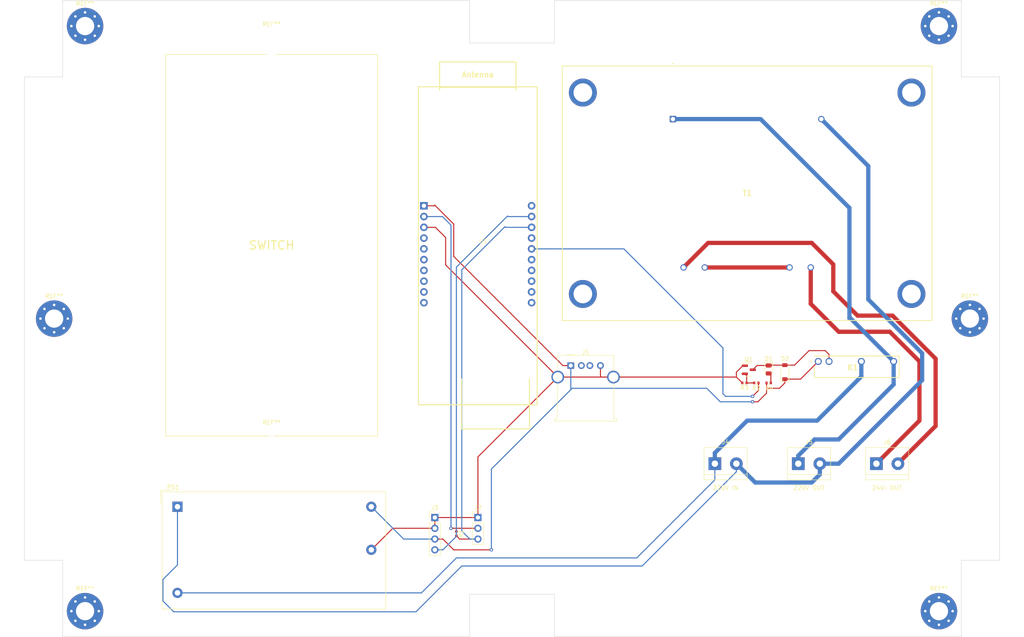
<source format=kicad_pcb>
(kicad_pcb (version 20211014) (generator pcbnew)
  (layers (0 "F.Cu" signal) (31 "B.Cu" signal) (34 "B.Paste" user) (35 "F.Paste" user) (36 "B.SilkS" user "B.Silkscreen") (37 "F.SilkS" user "F.Silkscreen") (38 "B.Mask" user) (39 "F.Mask" user) (44 "Edge.Cuts" user))
  (net 0 "")
  (net 1 "Net-(D1-Pad1)")
  (net 2 "Net-(D1-Pad2)")
  (net 3 "+5V")
  (net 4 "GND")
  (net 7 "+3V3")
  (net 8 "Net-(J2-Pad3)")
  (net 9 "Net-(J3-Pad4)")
  (net 10 "Net-(J4-Pad1)")
  (net 11 "Net-(J4-Pad2)")
  (net 12 "Net-(J5-Pad1)")
  (net 13 "Net-(J6-Pad1)")
  (net 14 "Net-(J6-Pad2)")
  (net 15 "Net-(Q1-Pad2)")
  (net 16 "Net-(R2-Pad2)")
  (net 17 "Net-(T1-Pad4)")
  (footprint "TerminalBlock:TerminalBlock_bornier-2_P5.08mm" (layer "F.Cu") (at 193.04 124.46)
    (fp_text reference "J4" (at 2.54 -5.08) (layer "F.SilkS"))
    (fp_text value "Screw_Terminal_01x02")
    (fp_line (start 7.62 -3.81) (end -2.54 -3.81) (layer "F.SilkS") (width 0.12))
    (fp_line (start -2.54 3.81) (end 7.62 3.81) (layer "F.SilkS") (width 0.12))
    (fp_line (start -2.54 -3.81) (end -2.54 3.81) (layer "F.SilkS") (width 0.12))
    (fp_line (start 7.62 3.81) (end 7.62 -3.81) (layer "F.SilkS") (width 0.12))
    (fp_line (start 7.62 2.54) (end -2.54 2.54) (layer "F.SilkS") (width 0.12))
    (pad "1" thru_hole rect locked (at 0 0) (size 3 3) (drill 1.52) (layers *.Cu *.Mask) (net 10 "Net-(J4-Pad1)"))
    (pad "2" thru_hole circle locked (at 5.08 0) (size 3 3) (drill 1.52) (layers *.Cu *.Mask) (net 11 "Net-(J4-Pad2)"))
  )
  (footprint "Connector_USB:USB_A_Molex_67643_Horizontal" (layer "F.Cu") (at 159.06 101.32)
    (fp_text reference "J1" (at 3.5 -3.19) (layer "F.SilkS"))
    (fp_text value "USB_A")
    (fp_line (start -3.16 -2.38) (end 10.16 -2.38) (layer "F.SilkS") (width 0.12))
    (fp_line (start -3.81 12.58) (end -3.81 13.1) (layer "F.SilkS") (width 0.12))
    (fp_line (start 10.16 4.47) (end 10.16 12.58) (layer "F.SilkS") (width 0.12))
    (fp_line (start -0.9 -2.6) (end 0.9 -2.6) (layer "F.SilkS") (width 0.12))
    (fp_line (start -3.16 12.58) (end -3.81 12.58) (layer "F.SilkS") (width 0.12))
    (fp_line (start -3.16 -2.38) (end -3.16 0.95) (layer "F.SilkS") (width 0.12))
    (fp_line (start 10.81 12.58) (end 10.16 12.58) (layer "F.SilkS") (width 0.12))
    (fp_line (start 10.81 13.1) (end 10.81 12.58) (layer "F.SilkS") (width 0.12))
    (fp_line (start -3.16 12.58) (end -3.16 4.47) (layer "F.SilkS") (width 0.12))
    (fp_line (start -3.81 13.1) (end 10.81 13.1) (layer "F.SilkS") (width 0.12))
    (fp_line (start 10.16 -2.38) (end 10.16 0.95) (layer "F.SilkS") (width 0.12))
    (pad "1" thru_hole rect locked (at 0 0) (size 1.6 1.5) (drill 0.95) (layers *.Cu *.Mask) (net 3 "+5V"))
    (pad "2" thru_hole circle locked (at 2.5 0) (size 1.6 1.6) (drill 0.95) (layers *.Cu *.Mask))
    (pad "3" thru_hole circle locked (at 4.5 0) (size 1.6 1.6) (drill 0.95) (layers *.Cu *.Mask))
    (pad "4" thru_hole circle locked (at 7 0) (size 1.6 1.6) (drill 0.95) (layers *.Cu *.Mask) (net 4 "GND"))
    (pad "5" thru_hole circle locked (at -3.07 2.71) (size 3 3) (drill 2.3) (layers *.Cu *.Mask) (net 4 "GND"))
    (pad "5" thru_hole circle locked (at 10.07 2.71) (size 3 3) (drill 2.3) (layers *.Cu *.Mask) (net 4 "GND"))
  )
  (footprint "mylife-footprints:RS PRO 5V 2A" (layer "F.Cu") (at 66.2925 134.6125)
    (fp_text reference "PS1" (at -1 -4.59) (layer "F.SilkS"))
    (fp_text value "RS PRO 5V 2A")
    (fp_line (start -4 -3.89) (end -1 -3.89) (layer "F.SilkS") (width 0.12))
    (fp_line (start -3.62 -3.51) (end 49.12 -3.51) (layer "F.SilkS") (width 0.12))
    (fp_line (start 49.12 -3.51) (end 49.12 24.13) (layer "F.SilkS") (width 0.12))
    (fp_line (start -3.62 24.13) (end 49.12 24.13) (layer "F.SilkS") (width 0.12))
    (fp_line (start -3.62 -3.51) (end -3.62 24.13) (layer "F.SilkS") (width 0.12))
    (fp_line (start -4 -0.89) (end -4 -3.89) (layer "F.SilkS") (width 0.12))
    (pad "1" thru_hole rect (at 0 0) (size 2.4 2.4) (drill 1.3) (layers *.Cu *.Mask) (net 11 "Net-(J4-Pad2)"))
    (pad "2" thru_hole circle (at 0 20.32) (size 2.4 2.4) (drill 1.3) (layers *.Cu *.Mask) (net 10 "Net-(J4-Pad1)"))
    (pad "3" thru_hole circle (at 45.72 10.16) (size 2.4 2.4) (drill 1.3) (layers *.Cu *.Mask) (net 4 "GND"))
    (pad "4" thru_hole circle (at 45.72 0) (size 2.4 2.4) (drill 1.3) (layers *.Cu *.Mask) (net 3 "+5V"))
  )
  (footprint "MountingHole:MountingHole_4.3mm_M4_Pad_Via" (layer "F.Cu") (at 245.9 159.24)
    (fp_text reference "REF**" (at 0 -5.3) (layer "F.SilkS"))
    (fp_text value "MountingHole_4.3mm_M4_Pad_Via")
    (pad "1" thru_hole circle locked (at 2.280419 2.280419) (size 0.9 0.9) (drill 0.6) (layers *.Cu *.Mask))
    (pad "1" thru_hole circle locked (at 0 3.225) (size 0.9 0.9) (drill 0.6) (layers *.Cu *.Mask))
    (pad "1" thru_hole circle locked (at -2.280419 -2.280419) (size 0.9 0.9) (drill 0.6) (layers *.Cu *.Mask))
    (pad "1" thru_hole circle locked (at 0 0) (size 8.6 8.6) (drill 4.3) (layers *.Cu *.Mask))
    (pad "1" thru_hole circle locked (at -2.280419 2.280419) (size 0.9 0.9) (drill 0.6) (layers *.Cu *.Mask))
    (pad "1" thru_hole circle locked (at 0 -3.225) (size 0.9 0.9) (drill 0.6) (layers *.Cu *.Mask))
    (pad "1" thru_hole circle locked (at 3.225 0) (size 0.9 0.9) (drill 0.6) (layers *.Cu *.Mask))
    (pad "1" thru_hole circle locked (at 2.280419 -2.280419) (size 0.9 0.9) (drill 0.6) (layers *.Cu *.Mask))
    (pad "1" thru_hole circle locked (at -3.225 0) (size 0.9 0.9) (drill 0.6) (layers *.Cu *.Mask))
  )
  (footprint "Resistor_SMD:R_0402_1005Metric" (layer "F.Cu") (at 205.74 105.41)
    (fp_text reference "R4" (at 0.153641 1.27) (layer "F.SilkS"))
    (fp_text value "330Ω")
    (fp_line (start -0.153641 -0.38) (end 0.153641 -0.38) (layer "F.SilkS") (width 0.12))
    (fp_line (start -0.153641 0.38) (end 0.153641 0.38) (layer "F.SilkS") (width 0.12))
    (pad "1" smd roundrect locked (at -0.51 0) (size 0.54 0.64) (layers "F.Cu" "F.Paste" "F.Mask") (net 3 "+5V"))
    (pad "2" smd roundrect locked (at 0.51 0) (size 0.54 0.64) (layers "F.Cu" "F.Paste" "F.Mask") (net 2 "Net-(D1-Pad2)"))
  )
  (footprint "Resistor_SMD:R_0402_1005Metric" (layer "F.Cu") (at 202.83 105.41)
    (fp_text reference "R2" (at 0 1.27) (layer "F.SilkS"))
    (fp_text value "1KΩ")
    (fp_line (start -0.153641 -0.38) (end 0.153641 -0.38) (layer "F.SilkS") (width 0.12))
    (fp_line (start -0.153641 0.38) (end 0.153641 0.38) (layer "F.SilkS") (width 0.12))
    (pad "1" smd roundrect locked (at -0.51 0) (size 0.54 0.64) (layers "F.Cu" "F.Paste" "F.Mask") (net 15 "Net-(Q1-Pad2)"))
    (pad "2" smd roundrect locked (at 0.51 0) (size 0.54 0.64) (layers "F.Cu" "F.Paste" "F.Mask") (net 16 "Net-(R2-Pad2)"))
  )
  (footprint "MountingHole:MountingHole_4.3mm_M4" (layer "F.Cu") (at 88.5 120.04)
    (fp_text reference "REF**" (at 0 -5.3) (layer "F.SilkS"))
    (fp_text value "MountingHole_4.3mm_M4")
    (pad "" np_thru_hole circle locked (at 0 0) (size 4.3 4.3) (drill 4.3) (layers *.Cu *.Mask))
  )
  (footprint "TerminalBlock:TerminalBlock_bornier-2_P5.08mm" (layer "F.Cu") (at 212.725 124.46)
    (fp_text reference "J5" (at 2.54 -5.08) (layer "F.SilkS"))
    (fp_text value "Screw_Terminal_01x02")
    (fp_line (start 7.62 3.81) (end 7.62 -3.81) (layer "F.SilkS") (width 0.12))
    (fp_line (start -2.54 3.81) (end 7.62 3.81) (layer "F.SilkS") (width 0.12))
    (fp_line (start -2.54 -3.81) (end -2.54 3.81) (layer "F.SilkS") (width 0.12))
    (fp_line (start 7.62 2.54) (end -2.54 2.54) (layer "F.SilkS") (width 0.12))
    (fp_line (start 7.62 -3.81) (end -2.54 -3.81) (layer "F.SilkS") (width 0.12))
    (pad "1" thru_hole rect locked (at 0 0) (size 3 3) (drill 1.52) (layers *.Cu *.Mask) (net 12 "Net-(J5-Pad1)"))
    (pad "2" thru_hole circle locked (at 5.08 0) (size 3 3) (drill 1.52) (layers *.Cu *.Mask) (net 11 "Net-(J4-Pad2)"))
  )
  (footprint "MountingHole:MountingHole_4.3mm_M4" (layer "F.Cu") (at 88.5 26.06)
    (fp_text reference "REF**" (at 0 -5.3) (layer "F.SilkS"))
    (fp_text value "MountingHole_4.3mm_M4")
    (pad "" np_thru_hole circle locked (at 0 0) (size 4.3 4.3) (drill 4.3) (layers *.Cu *.Mask))
  )
  (footprint "mylife-footprints:ESP32-POE" (layer "F.Cu") (at 137.16 73.66)
    (fp_text reference "U1" (at 1.27 -1.7 unlocked) (layer "F.SilkS"))
    (fp_text value "ESP32-POE")
    (fp_text user "Antenna" (at -0.04 -40.965) (layer "F.SilkS") (effects (font (size 1.27 1.27) (thickness 0.254))))
    (fp_line (start 13.97 36.9) (end 13.97 -38.1) (layer "F.SilkS") (width 0.254))
    (fp_line (start 12.151 30.796) (end 12.151 42.596) (layer "F.SilkS") (width 0.254))
    (fp_line (start 12.151 42.596) (end -3.849 42.596) (layer "F.SilkS") (width 0.254))
    (fp_line (start -9.04 -43.965) (end 8.96 -43.965) (layer "F.SilkS") (width 0.254))
    (fp_line (start -14.03 36.9) (end 13.97 36.9) (layer "F.SilkS") (width 0.254))
    (fp_line (start -3.849 42.596) (end -3.849 30.796) (layer "F.SilkS") (width 0.254))
    (fp_line (start 8.96 -43.965) (end 8.96 -37.345) (layer "F.SilkS") (width 0.254))
    (fp_line (start -14.03 -38.1) (end 13.97 -38.1) (layer "F.SilkS") (width 0.254))
    (fp_line (start -14.03 30.58) (end -14.03 36.9) (layer "F.SilkS") (width 0.254))
    (fp_line (start -9.04 -43.965) (end -9.04 -37.345) (layer "F.SilkS") (width 0.254))
    (fp_line (start -14.03 30.58) (end -14.03 -38.1) (layer "F.SilkS") (width 0.254))
    (fp_line (start -9.04 -37.965) (end 8.96 -37.965) (layer "F.SilkS") (width 0.254))
    (pad "1" thru_hole rect (at -12.74 -10.03 270) (size 1.778 1.778) (drill 1) (layers *.Cu *.Mask) (net 3 "+5V"))
    (pad "2" thru_hole circle (at -12.74 -7.49 270) (size 1.778 1.778) (drill 1) (layers *.Cu *.Mask) (net 7 "+3V3"))
    (pad "3" thru_hole circle (at -12.74 -4.95 270) (size 1.778 1.778) (drill 1) (layers *.Cu *.Mask) (net 4 "GND"))
    (pad "4" thru_hole circle (at -12.74 -2.41 270) (size 1.778 1.778) (drill 1) (layers *.Cu *.Mask))
    (pad "5" thru_hole circle (at -12.74 0.13 270) (size 1.778 1.778) (drill 1) (layers *.Cu *.Mask))
    (pad "6" thru_hole circle (at -12.74 2.67 270) (size 1.778 1.778) (drill 1) (layers *.Cu *.Mask))
    (pad "7" thru_hole circle (at -12.74 5.21 270) (size 1.778 1.778) (drill 1) (layers *.Cu *.Mask))
    (pad "8" thru_hole circle (at -12.74 7.75 270) (size 1.778 1.778) (drill 1) (layers *.Cu *.Mask))
    (pad "9" thru_hole circle (at -12.74 10.29 270) (size 1.778 1.778) (drill 1) (layers *.Cu *.Mask))
    (pad "10" thru_hole circle (at -12.74 12.83 270) (size 1.778 1.778) (drill 1) (layers *.Cu *.Mask))
    (pad "11" thru_hole circle (at 12.66 12.83 270) (size 1.778 1.778) (drill 1) (layers *.Cu *.Mask))
    (pad "12" thru_hole circle (at 12.66 10.29 270) (size 1.778 1.778) (drill 1) (layers *.Cu *.Mask))
    (pad "13" thru_hole circle (at 12.66 7.75 270) (size 1.778 1.778) (drill 1) (layers *.Cu *.Mask))
    (pad "14" thru_hole circle (at 12.66 5.21 270) (size 1.778 1.778) (drill 1) (layers *.Cu *.Mask))
    (pad "15" thru_hole circle (at 12.66 2.67 270) (size 1.778 1.778) (drill 1) (layers *.Cu *.Mask))
    (pad "16" thru_hole circle (at 12.66 0.13 270) (size 1.778 1.778) (drill 1) (layers *.Cu *.Mask) (net 16 "Net-(R2-Pad2)"))
    (pad "17" thru_hole circle (at 12.66 -2.41 270) (size 1.778 1.778) (drill 1) (layers *.Cu *.Mask))
    (pad "18" thru_hole circle (at 12.66 -4.95 270) (size 1.778 1.778) (drill 1) (layers *.Cu *.Mask) (net 8 "Net-(J2-Pad3)"))
    (pad "19" thru_hole circle (at 12.66 -7.49 270) (size 1.778 1.778) (drill 1) (layers *.Cu *.Mask) (net 9 "Net-(J3-Pad4)"))
    (pad "20" thru_hole circle (at 12.66 -10.03 270) (size 1.778 1.778) (drill 1) (layers *.Cu *.Mask))
  )
  (footprint "MountingHole:MountingHole_4.3mm_M4_Pad_Via" (layer "F.Cu") (at 44.5 159.24)
    (fp_text reference "REF**" (at 0 -5.3) (layer "F.SilkS"))
    (fp_text value "MountingHole_4.3mm_M4_Pad_Via")
    (pad "1" thru_hole circle locked (at 2.280419 2.280419) (size 0.9 0.9) (drill 0.6) (layers *.Cu *.Mask))
    (pad "1" thru_hole circle locked (at 0 3.225) (size 0.9 0.9) (drill 0.6) (layers *.Cu *.Mask))
    (pad "1" thru_hole circle locked (at -2.280419 -2.280419) (size 0.9 0.9) (drill 0.6) (layers *.Cu *.Mask))
    (pad "1" thru_hole circle locked (at 0 0) (size 8.6 8.6) (drill 4.3) (layers *.Cu *.Mask))
    (pad "1" thru_hole circle locked (at -2.280419 2.280419) (size 0.9 0.9) (drill 0.6) (layers *.Cu *.Mask))
    (pad "1" thru_hole circle locked (at 0 -3.225) (size 0.9 0.9) (drill 0.6) (layers *.Cu *.Mask))
    (pad "1" thru_hole circle locked (at 3.225 0) (size 0.9 0.9) (drill 0.6) (layers *.Cu *.Mask))
    (pad "1" thru_hole circle locked (at 2.280419 -2.280419) (size 0.9 0.9) (drill 0.6) (layers *.Cu *.Mask))
    (pad "1" thru_hole circle locked (at -3.225 0) (size 0.9 0.9) (drill 0.6) (layers *.Cu *.Mask))
  )
  (footprint "Connector_PinHeader_2.54mm:PinHeader_1x04_P2.54mm_Vertical" (layer "F.Cu") (at 127 137.16)
    (fp_text reference "J3" (at 0 -2.33) (layer "F.SilkS"))
    (fp_text value "Conn_01x04_Male")
    (fp_line (start -1.33 8.95) (end 1.33 8.95) (layer "F.SilkS") (width 0.12))
    (fp_line (start -1.33 0) (end -1.33 -1.33) (layer "F.SilkS") (width 0.12))
    (fp_line (start -1.33 -1.33) (end 0 -1.33) (layer "F.SilkS") (width 0.12))
    (fp_line (start 1.33 1.27) (end 1.33 8.95) (layer "F.SilkS") (width 0.12))
    (fp_line (start -1.33 1.27) (end 1.33 1.27) (layer "F.SilkS") (width 0.12))
    (fp_line (start -1.33 1.27) (end -1.33 8.95) (layer "F.SilkS") (width 0.12))
    (pad "1" thru_hole rect locked (at 0 0) (size 1.7 1.7) (drill 1) (layers *.Cu *.Mask) (net 4 "GND"))
    (pad "2" thru_hole oval locked (at 0 2.54) (size 1.7 1.7) (drill 1) (layers *.Cu *.Mask) (net 4 "GND"))
    (pad "3" thru_hole oval locked (at 0 5.08) (size 1.7 1.7) (drill 1) (layers *.Cu *.Mask) (net 3 "+5V"))
    (pad "4" thru_hole oval locked (at 0 7.62) (size 1.7 1.7) (drill 1) (layers *.Cu *.Mask) (net 9 "Net-(J3-Pad4)"))
  )
  (footprint "MountingHole:MountingHole_4.3mm_M4_Pad_Via" (layer "F.Cu") (at 44.5 21.24)
    (fp_text reference "REF**" (at 0 -5.3) (layer "F.SilkS"))
    (fp_text value "MountingHole_4.3mm_M4_Pad_Via")
    (pad "1" thru_hole circle locked (at 2.280419 2.280419) (size 0.9 0.9) (drill 0.6) (layers *.Cu *.Mask))
    (pad "1" thru_hole circle locked (at 0 3.225) (size 0.9 0.9) (drill 0.6) (layers *.Cu *.Mask))
    (pad "1" thru_hole circle locked (at -2.280419 -2.280419) (size 0.9 0.9) (drill 0.6) (layers *.Cu *.Mask))
    (pad "1" thru_hole circle locked (at 0 0) (size 8.6 8.6) (drill 4.3) (layers *.Cu *.Mask))
    (pad "1" thru_hole circle locked (at -2.280419 2.280419) (size 0.9 0.9) (drill 0.6) (layers *.Cu *.Mask))
    (pad "1" thru_hole circle locked (at 0 -3.225) (size 0.9 0.9) (drill 0.6) (layers *.Cu *.Mask))
    (pad "1" thru_hole circle locked (at 3.225 0) (size 0.9 0.9) (drill 0.6) (layers *.Cu *.Mask))
    (pad "1" thru_hole circle locked (at 2.280419 -2.280419) (size 0.9 0.9) (drill 0.6) (layers *.Cu *.Mask))
    (pad "1" thru_hole circle locked (at -3.225 0) (size 0.9 0.9) (drill 0.6) (layers *.Cu *.Mask))
  )
  (footprint "TerminalBlock:TerminalBlock_bornier-2_P5.08mm" (layer "F.Cu") (at 231.14 124.46)
    (fp_text reference "J6" (at 2.54 -5.08) (layer "F.SilkS"))
    (fp_text value "Screw_Terminal_01x02")
    (fp_line (start 7.62 -3.81) (end -2.54 -3.81) (layer "F.SilkS") (width 0.12))
    (fp_line (start 7.62 2.54) (end -2.54 2.54) (layer "F.SilkS") (width 0.12))
    (fp_line (start -2.54 3.81) (end 7.62 3.81) (layer "F.SilkS") (width 0.12))
    (fp_line (start 7.62 3.81) (end 7.62 -3.81) (layer "F.SilkS") (width 0.12))
    (fp_line (start -2.54 -3.81) (end -2.54 3.81) (layer "F.SilkS") (width 0.12))
    (pad "1" thru_hole rect locked (at 0 0) (size 3 3) (drill 1.52) (layers *.Cu *.Mask) (net 13 "Net-(J6-Pad1)"))
    (pad "2" thru_hole circle locked (at 5.08 0) (size 3 3) (drill 1.52) (layers *.Cu *.Mask) (net 14 "Net-(J6-Pad2)"))
  )
  (footprint "Package_TO_SOT_SMD:SOT-23" (layer "F.Cu") (at 201.05 102.305)
    (fp_text reference "Q1" (at 0 -2.4) (layer "F.SilkS"))
    (fp_text value "2N3904")
    (fp_line (start 0 1.56) (end 0.65 1.56) (layer "F.SilkS") (width 0.12))
    (fp_line (start 0 -1.56) (end 0.65 -1.56) (layer "F.SilkS") (width 0.12))
    (fp_line (start 0 -1.56) (end -1.675 -1.56) (layer "F.SilkS") (width 0.12))
    (fp_line (start 0 1.56) (end -0.65 1.56) (layer "F.SilkS") (width 0.12))
    (pad "1" smd roundrect locked (at -0.9375 -0.95) (size 1.475 0.6) (layers "F.Cu" "F.Paste" "F.Mask") (net 4 "GND"))
    (pad "2" smd roundrect locked (at -0.9375 0.95) (size 1.475 0.6) (layers "F.Cu" "F.Paste" "F.Mask") (net 15 "Net-(Q1-Pad2)"))
    (pad "3" smd roundrect locked (at 0.9375 0) (size 1.475 0.6) (layers "F.Cu" "F.Paste" "F.Mask") (net 1 "Net-(D1-Pad1)"))
  )
  (footprint "Connector_PinHeader_2.54mm:PinHeader_1x03_P2.54mm_Vertical" (layer "F.Cu") (at 137.16 137.16)
    (fp_text reference "J2" (at 0 -2.33) (layer "F.SilkS"))
    (fp_text value "Conn_01x03_Male")
    (fp_line (start -1.33 1.27) (end 1.33 1.27) (layer "F.SilkS") (width 0.12))
    (fp_line (start -1.33 -1.33) (end 0 -1.33) (layer "F.SilkS") (width 0.12))
    (fp_line (start -1.33 0) (end -1.33 -1.33) (layer "F.SilkS") (width 0.12))
    (fp_line (start 1.33 1.27) (end 1.33 6.41) (layer "F.SilkS") (width 0.12))
    (fp_line (start -1.33 6.41) (end 1.33 6.41) (layer "F.SilkS") (width 0.12))
    (fp_line (start -1.33 1.27) (end -1.33 6.41) (layer "F.SilkS") (width 0.12))
    (pad "1" thru_hole rect locked (at 0 0) (size 1.7 1.7) (drill 1) (layers *.Cu *.Mask) (net 4 "GND"))
    (pad "2" thru_hole oval locked (at 0 2.54) (size 1.7 1.7) (drill 1) (layers *.Cu *.Mask) (net 7 "+3V3"))
    (pad "3" thru_hole oval locked (at 0 5.08) (size 1.7 1.7) (drill 1) (layers *.Cu *.Mask) (net 8 "Net-(J2-Pad3)"))
  )
  (footprint "rs-online:VCM36212" (layer "F.Cu") (at 183.16 43.18)
    (fp_text reference "T1" (at 17.5 17.5) (layer "F.SilkS") (effects (font (size 1.27 1.27) (thickness 0.254))))
    (fp_text value "Transformer_1P_2S" hide)
    (fp_line (start 61.1 -12.5) (end -26.1 -12.5) (layer "F.SilkS") (width 0.2))
    (fp_line (start 0 -13.1) (end 0 -13.1) (layer "F.SilkS") (width 0.2))
    (fp_line (start 61.1 47.5) (end 61.1 -12.5) (layer "F.SilkS") (width 0.2))
    (fp_line (start 0 -13) (end 0 -13) (layer "F.SilkS") (width 0.2))
    (fp_line (start 0 -13.1) (end 0 -13.1) (layer "F.SilkS") (width 0.2))
    (fp_line (start -26.1 -12.5) (end -26.1 47.5) (layer "F.SilkS") (width 0.2))
    (fp_line (start -26.1 47.5) (end 61.1 47.5) (layer "F.SilkS") (width 0.2))
    (fp_arc (start 0 -13.1) (mid 0.05 -13.05) (end 0 -13) (layer "F.SilkS") (width 0.2))
    (fp_arc (start 0 -13) (mid -0.05 -13.05) (end 0 -13.1) (layer "F.SilkS") (width 0.2))
    (fp_arc (start 0 -13) (mid -0.05 -13.05) (end 0 -13.1) (layer "F.SilkS") (width 0.2))
    (pad "1" thru_hole rect locked (at 0 0) (size 1.5 1.5) (drill 1) (layers *.Cu *.Mask) (net 12 "Net-(J5-Pad1)"))
    (pad "2" thru_hole circle locked (at 35 0) (size 1.5 1.5) (drill 1) (layers *.Cu *.Mask) (net 11 "Net-(J4-Pad2)"))
    (pad "3" thru_hole circle locked (at 32.5 35) (size 1.5 1.5) (drill 1) (layers *.Cu *.Mask) (net 13 "Net-(J6-Pad1)"))
    (pad "4" thru_hole circle locked (at 27.5 35) (size 1.5 1.5) (drill 1) (layers *.Cu *.Mask) (net 17 "Net-(T1-Pad4)"))
    (pad "5" thru_hole circle locked (at 7.5 35) (size 1.5 1.5) (drill 1) (layers *.Cu *.Mask) (net 17 "Net-(T1-Pad4)"))
    (pad "6" thru_hole circle locked (at 2.5 35) (size 1.5 1.5) (drill 1) (layers *.Cu *.Mask) (net 14 "Net-(J6-Pad2)"))
    (pad "MH1" thru_hole circle locked (at -21.25 -6.25) (size 6.6 6.6) (drill 4.4) (layers *.Cu *.Mask))
    (pad "MH2" thru_hole circle locked (at 56.25 -6.25) (size 6.6 6.6) (drill 4.4) (layers *.Cu *.Mask))
    (pad "MH3" thru_hole circle locked (at 56.25 41.25) (size 6.6 6.6) (drill 4.4) (layers *.Cu *.Mask))
    (pad "MH4" thru_hole circle locked (at -21.25 41.25) (size 6.6 6.6) (drill 4.4) (layers *.Cu *.Mask))
  )
  (footprint "MountingHole:MountingHole_4.3mm_M4_Pad_Via" (layer "F.Cu") (at 37.2 90.24)
    (fp_text reference "REF**" (at 0 -5.3) (layer "F.SilkS"))
    (fp_text value "MountingHole_4.3mm_M4_Pad_Via")
    (pad "1" thru_hole circle locked (at 2.280419 2.280419) (size 0.9 0.9) (drill 0.6) (layers *.Cu *.Mask))
    (pad "1" thru_hole circle locked (at 0 3.225) (size 0.9 0.9) (drill 0.6) (layers *.Cu *.Mask))
    (pad "1" thru_hole circle locked (at -2.280419 -2.280419) (size 0.9 0.9) (drill 0.6) (layers *.Cu *.Mask))
    (pad "1" thru_hole circle locked (at 0 0) (size 8.6 8.6) (drill 4.3) (layers *.Cu *.Mask))
    (pad "1" thru_hole circle locked (at -2.280419 2.280419) (size 0.9 0.9) (drill 0.6) (layers *.Cu *.Mask))
    (pad "1" thru_hole circle locked (at 0 -3.225) (size 0.9 0.9) (drill 0.6) (layers *.Cu *.Mask))
    (pad "1" thru_hole circle locked (at 3.225 0) (size 0.9 0.9) (drill 0.6) (layers *.Cu *.Mask))
    (pad "1" thru_hole circle locked (at 2.280419 -2.280419) (size 0.9 0.9) (drill 0.6) (layers *.Cu *.Mask))
    (pad "1" thru_hole circle locked (at -3.225 0) (size 0.9 0.9) (drill 0.6) (layers *.Cu *.Mask))
  )
  (footprint "MountingHole:MountingHole_4.3mm_M4_Pad_Via" (layer "F.Cu") (at 253.2 90.24)
    (fp_text reference "REF**" (at 0 -5.3) (layer "F.SilkS"))
    (fp_text value "MountingHole_4.3mm_M4_Pad_Via")
    (pad "1" thru_hole circle locked (at 2.280419 2.280419) (size 0.9 0.9) (drill 0.6) (layers *.Cu *.Mask))
    (pad "1" thru_hole circle locked (at 0 3.225) (size 0.9 0.9) (drill 0.6) (layers *.Cu *.Mask))
    (pad "1" thru_hole circle locked (at -2.280419 -2.280419) (size 0.9 0.9) (drill 0.6) (layers *.Cu *.Mask))
    (pad "1" thru_hole circle locked (at 0 0) (size 8.6 8.6) (drill 4.3) (layers *.Cu *.Mask))
    (pad "1" thru_hole circle locked (at -2.280419 2.280419) (size 0.9 0.9) (drill 0.6) (layers *.Cu *.Mask))
    (pad "1" thru_hole circle locked (at 0 -3.225) (size 0.9 0.9) (drill 0.6) (layers *.Cu *.Mask))
    (pad "1" thru_hole circle locked (at 3.225 0) (size 0.9 0.9) (drill 0.6) (layers *.Cu *.Mask))
    (pad "1" thru_hole circle locked (at 2.280419 -2.280419) (size 0.9 0.9) (drill 0.6) (layers *.Cu *.Mask))
    (pad "1" thru_hole circle locked (at -3.225 0) (size 0.9 0.9) (drill 0.6) (layers *.Cu *.Mask))
  )
  (footprint "Resistor_SMD:R_0402_1005Metric" (layer "F.Cu") (at 132.08 140.97 -90)
    (fp_text reference "R1" (at 0 -1.17 90) (layer "F.SilkS"))
    (fp_text value "4.7KΩ")
    (fp_line (start -0.153641 0.38) (end 0.153641 0.38) (layer "F.SilkS") (width 0.12))
    (fp_line (start -0.153641 -0.38) (end 0.153641 -0.38) (layer "F.SilkS") (width 0.12))
    (pad "1" smd roundrect locked (at -0.51 0 270) (size 0.54 0.64) (layers "F.Cu" "F.Paste" "F.Mask") (net 7 "+3V3"))
    (pad "2" smd roundrect locked (at 0.51 0 270) (size 0.54 0.64) (layers "F.Cu" "F.Paste" "F.Mask") (net 8 "Net-(J2-Pad3)"))
  )
  (footprint "Diode_SMD:D_0805_2012Metric" (layer "F.Cu") (at 205.74 102.235 -90)
    (fp_text reference "D1" (at -2.54 0) (layer "F.SilkS"))
    (fp_text value "LED")
    (fp_line (start 1 -0.96) (end -1.685 -0.96) (layer "F.SilkS") (width 0.12))
    (fp_line (start -1.685 -0.96) (end -1.685 0.96) (layer "F.SilkS") (width 0.12))
    (fp_line (start -1.685 0.96) (end 1 0.96) (layer "F.SilkS") (width 0.12))
    (pad "1" smd roundrect locked (at -0.9375 0 270) (size 0.975 1.4) (layers "F.Cu" "F.Paste" "F.Mask") (net 1 "Net-(D1-Pad1)"))
    (pad "2" smd roundrect locked (at 0.9375 0 270) (size 0.975 1.4) (layers "F.Cu" "F.Paste" "F.Mask") (net 2 "Net-(D1-Pad2)"))
  )
  (footprint "MountingHole:MountingHole_4.3mm_M4_Pad_Via" (layer "F.Cu") (at 245.9 21.24)
    (fp_text reference "REF**" (at 0 -5.3) (layer "F.SilkS"))
    (fp_text value "MountingHole_4.3mm_M4_Pad_Via")
    (pad "1" thru_hole circle locked (at 2.280419 2.280419) (size 0.9 0.9) (drill 0.6) (layers *.Cu *.Mask))
    (pad "1" thru_hole circle locked (at 0 3.225) (size 0.9 0.9) (drill 0.6) (layers *.Cu *.Mask))
    (pad "1" thru_hole circle locked (at -2.280419 -2.280419) (size 0.9 0.9) (drill 0.6) (layers *.Cu *.Mask))
    (pad "1" thru_hole circle locked (at 0 0) (size 8.6 8.6) (drill 4.3) (layers *.Cu *.Mask))
    (pad "1" thru_hole circle locked (at -2.280419 2.280419) (size 0.9 0.9) (drill 0.6) (layers *.Cu *.Mask))
    (pad "1" thru_hole circle locked (at 0 -3.225) (size 0.9 0.9) (drill 0.6) (layers *.Cu *.Mask))
    (pad "1" thru_hole circle locked (at 3.225 0) (size 0.9 0.9) (drill 0.6) (layers *.Cu *.Mask))
    (pad "1" thru_hole circle locked (at 2.280419 -2.280419) (size 0.9 0.9) (drill 0.6) (layers *.Cu *.Mask))
    (pad "1" thru_hole circle locked (at -3.225 0) (size 0.9 0.9) (drill 0.6) (layers *.Cu *.Mask))
  )
  (footprint "Resistor_SMD:R_0402_1005Metric" (layer "F.Cu") (at 200.025 105.41 180)
    (fp_text reference "R3" (at 0 -1.17) (layer "F.SilkS"))
    (fp_text value "10KΩ")
    (fp_line (start -0.153641 -0.38) (end 0.153641 -0.38) (layer "F.SilkS") (width 0.12))
    (fp_line (start -0.153641 0.38) (end 0.153641 0.38) (layer "F.SilkS") (width 0.12))
    (pad "1" smd roundrect locked (at -0.51 0 180) (size 0.54 0.64) (layers "F.Cu" "F.Paste" "F.Mask") (net 15 "Net-(Q1-Pad2)"))
    (pad "2" smd roundrect locked (at 0.51 0 180) (size 0.54 0.64) (layers "F.Cu" "F.Paste" "F.Mask") (net 4 "GND"))
  )
  (footprint "Diode_SMD:D_SOD-123" (layer "F.Cu") (at 209.55 102.87 90)
    (fp_text reference "D2" (at 3.175 0) (layer "F.SilkS"))
    (fp_text value "1N4148")
    (fp_line (start -2.25 1) (end 1.65 1) (layer "F.SilkS") (width 0.12))
    (fp_line (start -2.25 -1) (end 1.65 -1) (layer "F.SilkS") (width 0.12))
    (fp_line (start -2.25 -1) (end -2.25 1) (layer "F.SilkS") (width 0.12))
    (pad "1" smd rect locked (at -1.65 0 90) (size 0.9 1.2) (layers "F.Cu" "F.Paste" "F.Mask") (net 3 "+5V"))
    (pad "2" smd rect locked (at 1.65 0 90) (size 0.9 1.2) (layers "F.Cu" "F.Paste" "F.Mask") (net 1 "Net-(D1-Pad1)"))
  )
  (footprint "rs-online:G6DN-1A-L" (layer "F.Cu") (at 235.21308 100.34)
    (fp_text reference "K1" (at -9.64453 1.43716) (layer "F.SilkS") (effects (font (size 1.27 1.27) (thickness 0.254))))
    (fp_text value "G6DN-1A-L_DC5" hide)
    (fp_line (start 1.32 -1.28) (end 1.32 3.8) (layer "F.SilkS") (width 0.2))
    (fp_line (start -18.68 -1.28) (end -18.68 -1.26) (layer "F.SilkS") (width 0.2))
    (fp_line (start -18.68 -1.28) (end 1.32 -1.28) (layer "F.SilkS") (width 0.2))
    (fp_line (start -18.68 3.8) (end -18.68 1.26) (layer "F.SilkS") (width 0.2))
    (fp_line (start 1.32 3.8) (end -18.68 3.8) (layer "F.SilkS") (width 0.2))
    (fp_circle (center -19.513 -0.001) (end -19.513 0.11216) (layer "F.SilkS") (width 0.2) (fill none))
    (pad "1" thru_hole circle locked (at -17.78 0) (size 1.65 1.65) (drill 1.1) (layers *.Cu *.Mask) (net 3 "+5V"))
    (pad "2" thru_hole circle locked (at -15.24 0) (size 1.65 1.65) (drill 1.1) (layers *.Cu *.Mask) (net 1 "Net-(D1-Pad1)"))
    (pad "5" thru_hole circle locked (at -7.62 0) (size 1.65 1.65) (drill 1.1) (layers *.Cu *.Mask) (net 10 "Net-(J4-Pad1)"))
    (pad "8" thru_hole circle locked (at 0 0) (size 1.65 1.65) (drill 1.1) (layers *.Cu *.Mask) (net 12 "Net-(J5-Pad1)"))
  )
  (gr_rect (start 63.5 27.94) (end 113.5 117.94) (layer "F.SilkS") (width 0.15) (fill none))
  (gr_line locked (start 155.2 15.24) (end 251.2 15.24) (layer "Edge.Cuts") (width 0.1))
  (gr_line locked (start 30.2 147.24) (end 39.2 147.24) (layer "Edge.Cuts") (width 0.1))
  (gr_line locked (start 135.2 25.24) (end 155.2 25.24) (layer "Edge.Cuts") (width 0.1))
  (gr_line locked (start 251.2 165.24) (end 251.2 147.24) (layer "Edge.Cuts") (width 0.1))
  (gr_line locked (start 135.2 155.24) (end 155.2 155.24) (layer "Edge.Cuts") (width 0.1))
  (gr_line locked (start 251.2 147.24) (end 260.2 147.24) (layer "Edge.Cuts") (width 0.1))
  (gr_line locked (start 260.2 33.24) (end 260.2 147.24) (layer "Edge.Cuts") (width 0.1))
  (gr_line locked (start 155.2 15.24) (end 155.2 25.24) (layer "Edge.Cuts") (width 0.1))
  (gr_line locked (start 251.2 33.24) (end 251.2 15.24) (layer "Edge.Cuts") (width 0.1))
  (gr_line locked (start 155.2 155.24) (end 155.2 165.24) (layer "Edge.Cuts") (width 0.1))
  (gr_line locked (start 39.2 165.24) (end 39.2 147.24) (layer "Edge.Cuts") (width 0.1))
  (gr_line locked (start 251.2 33.24) (end 260.2 33.24) (layer "Edge.Cuts") (width 0.1))
  (gr_line locked (start 135.2 165.24) (end 39.2 165.24) (layer "Edge.Cuts") (width 0.1))
  (gr_line locked (start 39.2 15.24) (end 135.2 15.24) (layer "Edge.Cuts") (width 0.1))
  (gr_line locked (start 251.2 165.24) (end 155.2 165.24) (layer "Edge.Cuts") (width 0.1))
  (gr_line locked (start 135.2 15.24) (end 135.2 25.24) (layer "Edge.Cuts") (width 0.1))
  (gr_line locked (start 30.2 147.24) (end 30.2 33.24) (layer "Edge.Cuts") (width 0.1))
  (gr_line locked (start 135.2 155.24) (end 135.2 165.24) (layer "Edge.Cuts") (width 0.1))
  (gr_line locked (start 39.2 15.24) (end 39.2 33.24) (layer "Edge.Cuts") (width 0.1))
  (gr_line locked (start 30.2 33.24) (end 39.2 33.24) (layer "Edge.Cuts") (width 0.1))
  (gr_text "220V OUT" (at 215.265 130.175) (layer "F.SilkS") (effects (font (size 1 1))))
  (gr_text "24V~ OUT" (at 233.68 130.175) (layer "F.SilkS") (effects (font (size 1 1))))
  (gr_text "SWITCH" (at 88.5 72.94) (layer "F.SilkS") (effects (font (size 2 2) (thickness 0.3))))
  (gr_text "220V IN" (at 195.58 130.175) (layer "F.SilkS") (effects (font (size 1 1))))
  (segment (start 202.995 101.2975) (end 201.9875 102.305) (width 0.25) (layer "F.Cu") (net 1))
  (segment (start 205.8175 101.22) (end 205.74 101.2975) (width 0.25) (layer "F.Cu") (net 1))
  (segment (start 211.835 101.22) (end 215.265 97.79) (width 0.25) (layer "F.Cu") (net 1))
  (segment (start 209.55 101.22) (end 211.835 101.22) (width 0.25) (layer "F.Cu") (net 1))
  (segment (start 215.265 97.79) (end 219.075 97.79) (width 0.25) (layer "F.Cu") (net 1))
  (segment (start 219.97308 98.68808) (end 219.97308 100.34) (width 0.25) (layer "F.Cu") (net 1))
  (segment (start 219.075 97.79) (end 219.97308 98.68808) (width 0.25) (layer "F.Cu") (net 1))
  (segment (start 209.55 101.22) (end 205.8175 101.22) (width 0.25) (layer "F.Cu") (net 1))
  (segment (start 205.74 101.2975) (end 202.995 101.2975) (width 0.25) (layer "F.Cu") (net 1))
  (segment (start 206.25 103.6825) (end 205.74 103.1725) (width 0.25) (layer "F.Cu") (net 2))
  (segment (start 206.25 105.41) (end 206.25 103.6825) (width 0.25) (layer "F.Cu") (net 2))
  (segment (start 128.905 142.24) (end 127 142.24) (width 0.25) (layer "F.Cu") (net 3))
  (segment (start 208.28 106.68) (end 205.355 106.68) (width 0.25) (layer "F.Cu") (net 3))
  (segment (start 205.23 107.825) (end 205.23 106.555) (width 0.25) (layer "F.Cu") (net 3))
  (segment (start 131.445 75.565) (end 131.445 67.945) (width 0.25) (layer "F.Cu") (net 3))
  (segment (start 126.87 63.63) (end 124.42 63.63) (width 0.25) (layer "F.Cu") (net 3))
  (segment (start 131.445 67.945) (end 127 63.5) (width 0.25) (layer "F.Cu") (net 3))
  (segment (start 127 63.5) (end 126.87 63.63) (width 0.25) (layer "F.Cu") (net 3))
  (segment (start 217.43308 100.34) (end 213.25308 104.52) (width 0.25) (layer "F.Cu") (net 3))
  (segment (start 205.355 106.68) (end 205.23 106.555) (width 0.25) (layer "F.Cu") (net 3))
  (segment (start 213.25308 104.52) (end 209.55 104.52) (width 0.25) (layer "F.Cu") (net 3))
  (segment (start 205.23 106.555) (end 205.23 105.41) (width 0.25) (layer "F.Cu") (net 3))
  (segment (start 140.335 144.78) (end 131.445 144.78) (width 0.25) (layer "F.Cu") (net 3))
  (segment (start 209.55 104.52) (end 209.55 105.41) (width 0.25) (layer "F.Cu") (net 3))
  (segment (start 203.2 109.855) (end 205.23 107.825) (width 0.25) (layer "F.Cu") (net 3))
  (segment (start 157.2 101.32) (end 131.445 75.565) (width 0.25) (layer "F.Cu") (net 3))
  (segment (start 209.55 105.41) (end 208.28 106.68) (width 0.25) (layer "F.Cu") (net 3))
  (segment (start 159.06 101.32) (end 157.2 101.32) (width 0.25) (layer "F.Cu") (net 3))
  (segment (start 131.445 144.78) (end 128.905 142.24) (width 0.25) (layer "F.Cu") (net 3))
  (segment (start 201.93 109.855) (end 203.2 109.855) (width 0.25) (layer "F.Cu") (net 3))
  (via (at 201.93 109.855) (size 0.8) (drill 0.4) (layers "F.Cu" "B.Cu") (net 3))
  (via (at 140.335 144.78) (size 0.8) (drill 0.4) (layers "F.Cu" "B.Cu") (net 3))
  (segment (start 119.64 142.24) (end 112.0125 134.6125) (width 0.25) (layer "B.Cu") (net 3))
  (segment (start 191.135 106.68) (end 194.31 109.855) (width 0.25) (layer "B.Cu") (net 3))
  (segment (start 159.06 101.32) (end 159.06 107.005) (width 0.25) (layer "B.Cu") (net 3))
  (segment (start 158.75 107.315) (end 140.335 125.73) (width 0.25) (layer "B.Cu") (net 3))
  (segment (start 187.96 106.68) (end 191.135 106.68) (width 0.25) (layer "B.Cu") (net 3))
  (segment (start 140.335 125.73) (end 140.335 144.78) (width 0.25) (layer "B.Cu") (net 3))
  (segment (start 159.06 107.005) (end 158.75 107.315) (width 0.25) (layer "B.Cu") (net 3))
  (segment (start 194.31 109.855) (end 201.93 109.855) (width 0.25) (layer "B.Cu") (net 3))
  (segment (start 159.385 106.68) (end 187.96 106.68) (width 0.25) (layer "B.Cu") (net 3))
  (segment (start 159.06 107.005) (end 159.385 106.68) (width 0.25) (layer "B.Cu") (net 3))
  (segment (start 127 142.24) (end 119.64 142.24) (width 0.25) (layer "B.Cu") (net 3))
  (segment (start 199.515 105.41) (end 198.135 104.03) (width 0.25) (layer "F.Cu") (net 4))
  (segment (start 199.635 101.355) (end 198.12 102.87) (width 0.25) (layer "F.Cu") (net 4))
  (segment (start 198.12 102.87) (end 198.12 104.015) (width 0.25) (layer "F.Cu") (net 4))
  (segment (start 137.16 137.16) (end 127 137.16) (width 0.25) (layer "F.Cu") (net 4))
  (segment (start 166.26 104.03) (end 169.13 104.03) (width 0.25) (layer "F.Cu") (net 4))
  (segment (start 155.99 104.03) (end 166.26 104.03) (width 0.25) (layer "F.Cu") (net 4))
  (segment (start 127 139.7) (end 117.085 139.7) (width 0.25) (layer "F.Cu") (net 4))
  (segment (start 117.085 139.7) (end 112.0125 144.7725) (width 0.25) (layer "F.Cu") (net 4))
  (segment (start 166.06 101.32) (end 166.06 103.83) (width 0.25) (layer "F.Cu") (net 4))
  (segment (start 198.12 104.015) (end 198.135 104.03) (width 0.25) (layer "F.Cu") (net 4))
  (segment (start 166.06 103.83) (end 166.26 104.03) (width 0.25) (layer "F.Cu") (net 4))
  (segment (start 137.16 137.16) (end 137.16 122.86) (width 0.25) (layer "F.Cu") (net 4))
  (segment (start 127 137.16) (end 127 139.7) (width 0.25) (layer "F.Cu") (net 4))
  (segment (start 129.54 77.58) (end 129.54 71.12) (width 0.25) (layer "F.Cu") (net 4))
  (segment (start 129.54 71.12) (end 127.13 68.71) (width 0.25) (layer "F.Cu") (net 4))
  (segment (start 200.1125 101.355) (end 199.635 101.355) (width 0.25) (layer "F.Cu") (net 4))
  (segment (start 137.16 122.86) (end 155.99 104.03) (width 0.25) (layer "F.Cu") (net 4))
  (segment (start 155.99 104.03) (end 129.54 77.58) (width 0.25) (layer "F.Cu") (net 4))
  (segment (start 198.135 104.03) (end 169.13 104.03) (width 0.25) (layer "F.Cu") (net 4))
  (segment (start 127.13 68.71) (end 124.42 68.71) (width 0.25) (layer "F.Cu") (net 4))
  (segment (start 132.08 139.7) (end 131.445 139.7) (width 0.25) (layer "F.Cu") (net 7))
  (segment (start 131.445 139.7) (end 130.81 139.7) (width 0.25) (layer "F.Cu") (net 7))
  (segment (start 132.84 139.7) (end 132.08 139.7) (width 0.25) (layer "F.Cu") (net 7))
  (segment (start 137.16 139.7) (end 132.84 139.7) (width 0.25) (layer "F.Cu") (net 7))
  (segment (start 132.08 140.46) (end 132.08 139.7) (width 0.25) (layer "F.Cu") (net 7))
  (via (at 130.81 139.7) (size 0.8) (drill 0.4) (layers "F.Cu" "B.Cu") (net 7))
  (segment (start 130.81 132.08) (end 130.81 68.58) (width 0.25) (layer "B.Cu") (net 7))
  (segment (start 130.81 139.7) (end 130.81 132.08) (width 0.25) (layer "B.Cu") (net 7))
  (segment (start 130.81 68.205) (end 130.81 68.58) (width 0.25) (layer "B.Cu") (net 7))
  (segment (start 128.775 66.17) (end 130.81 68.205) (width 0.25) (layer "B.Cu") (net 7))
  (segment (start 128.775 66.17) (end 124.42 66.17) (width 0.25) (layer "B.Cu") (net 7))
  (segment (start 132.84 142.24) (end 132.08 141.48) (width 0.25) (layer "F.Cu") (net 8))
  (segment (start 137.16 142.24) (end 132.84 142.24) (width 0.25) (layer "F.Cu") (net 8))
  (segment (start 143.64 68.71) (end 149.82 68.71) (width 0.25) (layer "B.Cu") (net 8))
  (segment (start 143.51 68.58) (end 143.64 68.71) (width 0.25) (layer "B.Cu") (net 8))
  (segment (start 133.35 140.335) (end 133.35 78.74) (width 0.25) (layer "B.Cu") (net 8))
  (segment (start 137.16 142.24) (end 135.255 142.24) (width 0.25) (layer "B.Cu") (net 8))
  (segment (start 135.255 142.24) (end 133.35 140.335) (width 0.25) (layer "B.Cu") (net 8))
  (segment (start 133.35 78.74) (end 143.51 68.58) (width 0.25) (layer "B.Cu") (net 8))
  (segment (start 144.275 66.17) (end 149.82 66.17) (width 0.25) (layer "B.Cu") (net 9))
  (segment (start 132.08 78.105) (end 144.145 66.04) (width 0.25) (layer "B.Cu") (net 9))
  (segment (start 128.905 144.78) (end 132.08 141.605) (width 0.25) (layer "B.Cu") (net 9))
  (segment (start 132.08 141.605) (end 132.08 78.105) (width 0.25) (layer "B.Cu") (net 9))
  (segment (start 127 144.78) (end 128.905 144.78) (width 0.25) (layer "B.Cu") (net 9))
  (segment (start 144.145 66.04) (end 144.275 66.17) (width 0.25) (layer "B.Cu") (net 9))
  (segment (start 193.04 128.27) (end 193.04 124.46) (width 0.25) (layer "B.Cu") (net 10))
  (segment (start 200.66 114.3) (end 217.17 114.3) (width 1) (layer "B.Cu") (net 10))
  (segment (start 227.59308 103.87692) (end 227.59308 100.34) (width 1) (layer "B.Cu") (net 10))
  (segment (start 193.04 124.46) (end 193.04 121.92) (width 1) (layer "B.Cu") (net 10))
  (segment (start 123.8325 154.9325) (end 132.08 146.685) (width 0.25) (layer "B.Cu") (net 10))
  (segment (start 193.04 121.92) (end 200.66 114.3) (width 1) (layer "B.Cu") (net 10))
  (segment (start 132.08 146.685) (end 174.625 146.685) (width 0.25) (layer "B.Cu") (net 10))
  (segment (start 174.625 146.685) (end 193.04 128.27) (width 0.25) (layer "B.Cu") (net 10))
  (segment (start 217.17 114.3) (end 227.59308 103.87692) (width 1) (layer "B.Cu") (net 10))
  (segment (start 66.2925 154.9325) (end 123.8325 154.9325) (width 0.25) (layer "B.Cu") (net 10))
  (segment (start 62.865 156.845) (end 65.405 159.385) (width 0.25) (layer "B.Cu") (net 11))
  (segment (start 133.35 148.59) (end 175.895 148.59) (width 0.25) (layer "B.Cu") (net 11))
  (segment (start 66.2925 134.6125) (end 66.2925 148.3375) (width 0.25) (layer "B.Cu") (net 11))
  (segment (start 122.555 159.385) (end 133.35 148.59) (width 0.25) (layer "B.Cu") (net 11))
  (segment (start 215.9 128.905) (end 217.805 127) (width 1) (layer "B.Cu") (net 11))
  (segment (start 217.805 124.46) (end 222.25 124.46) (width 1) (layer "B.Cu") (net 11))
  (segment (start 229.235 54.255) (end 218.16 43.18) (width 1) (layer "B.Cu") (net 11))
  (segment (start 202.565 128.905) (end 215.9 128.905) (width 1) (layer "B.Cu") (net 11))
  (segment (start 65.405 159.385) (end 122.555 159.385) (width 0.25) (layer "B.Cu") (net 11))
  (segment (start 198.12 125.73) (end 198.12 124.46) (width 0.25) (layer "B.Cu") (net 11))
  (segment (start 217.805 127) (end 217.805 124.46) (width 1) (layer "B.Cu") (net 11))
  (segment (start 222.25 124.46) (end 241.935 104.775) (width 1) (layer "B.Cu") (net 11))
  (segment (start 241.935 98.425) (end 229.235 85.725) (width 1) (layer "B.Cu") (net 11))
  (segment (start 241.935 104.775) (end 241.935 98.425) (width 1) (layer "B.Cu") (net 11))
  (segment (start 175.895 148.59) (end 198.12 126.365) (width 0.25) (layer "B.Cu") (net 11))
  (segment (start 66.2925 148.3375) (end 62.865 151.765) (width 0.25) (layer "B.Cu") (net 11))
  (segment (start 229.235 85.725) (end 229.235 54.255) (width 1) (layer "B.Cu") (net 11))
  (segment (start 62.865 151.765) (end 62.865 156.845) (width 0.25) (layer "B.Cu") (net 11))
  (segment (start 198.12 126.365) (end 198.12 125.73) (width 0.25) (layer "B.Cu") (net 11))
  (segment (start 198.12 124.46) (end 202.565 128.905) (width 1) (layer "B.Cu") (net 11))
  (segment (start 222.25 118.745) (end 216.535 118.745) (width 1) (layer "B.Cu") (net 12))
  (segment (start 235.21308 100.34) (end 235.21308 105.78192) (width 1) (layer "B.Cu") (net 12))
  (segment (start 203.835 43.18) (end 183.16 43.18) (width 1) (layer "B.Cu") (net 12))
  (segment (start 225.04308 90.17) (end 224.79 90.17) (width 1) (layer "B.Cu") (net 12))
  (segment (start 235.21308 100.34) (end 225.04308 90.17) (width 1) (layer "B.Cu") (net 12))
  (segment (start 224.79 64.135) (end 203.835 43.18) (width 1) (layer "B.Cu") (net 12))
  (segment (start 235.21308 105.78192) (end 222.25 118.745) (width 1) (layer "B.Cu") (net 12))
  (segment (start 216.535 118.745) (end 212.725 122.555) (width 1) (layer "B.Cu") (net 12))
  (segment (start 212.725 122.555) (end 212.725 124.46) (width 1) (layer "B.Cu") (net 12))
  (segment (start 224.79 90.17) (end 224.79 64.135) (width 1) (layer "B.Cu") (net 12))
  (segment (start 222.25 93.345) (end 215.66 86.755) (width 1) (layer "F.Cu") (net 13))
  (segment (start 234.315 93.345) (end 222.25 93.345) (width 1) (layer "F.Cu") (net 13))
  (segment (start 231.14 124.46) (end 241.3 114.3) (width 1) (layer "F.Cu") (net 13))
  (segment (start 241.3 100.33) (end 234.315 93.345) (width 1) (layer "F.Cu") (net 13))
  (segment (start 215.66 86.755) (end 215.66 78.18) (width 1) (layer "F.Cu") (net 13))
  (segment (start 241.3 114.3) (end 241.3 100.33) (width 1) (layer "F.Cu") (net 13))
  (segment (start 245.11 115.57) (end 245.11 99.695) (width 1) (layer "F.Cu") (net 14))
  (segment (start 236.22 124.46) (end 245.11 115.57) (width 1) (layer "F.Cu") (net 14))
  (segment (start 226.695 89.535) (end 220.98 83.82) (width 1) (layer "F.Cu") (net 14))
  (segment (start 191.45 72.39) (end 185.66 78.18) (width 1) (layer "F.Cu") (net 14))
  (segment (start 215.9 72.39) (end 191.45 72.39) (width 1) (layer "F.Cu") (net 14))
  (segment (start 245.11 99.695) (end 234.95 89.535) (width 1) (layer "F.Cu") (net 14))
  (segment (start 220.98 77.47) (end 215.9 72.39) (width 1) (layer "F.Cu") (net 14))
  (segment (start 220.98 83.82) (end 220.98 77.47) (width 1) (layer "F.Cu") (net 14))
  (segment (start 234.95 89.535) (end 226.695 89.535) (width 1) (layer "F.Cu") (net 14))
  (segment (start 200.535 105.41) (end 200.535 103.6775) (width 0.25) (layer "F.Cu") (net 15))
  (segment (start 200.535 103.6775) (end 200.1125 103.255) (width 0.25) (layer "F.Cu") (net 15))
  (segment (start 202.32 105.41) (end 200.535 105.41) (width 0.25) (layer "F.Cu") (net 15))
  (segment (start 203.34 107.175) (end 203.34 105.41) (width 0.25) (layer "F.Cu") (net 16))
  (segment (start 201.93 108.585) (end 203.34 107.175) (width 0.25) (layer "F.Cu") (net 16))
  (via (at 201.93 108.585) (size 0.8) (drill 0.4) (layers "F.Cu" "B.Cu") (net 16))
  (segment (start 195.58 108.585) (end 201.93 108.585) (width 0.25) (layer "B.Cu") (net 16))
  (segment (start 194.945 107.315) (end 194.945 107.95) (width 0.25) (layer "B.Cu") (net 16))
  (segment (start 171.58 73.79) (end 194.31 96.52) (width 0.25) (layer "B.Cu") (net 16))
  (segment (start 149.82 73.79) (end 171.58 73.79) (width 0.25) (layer "B.Cu") (net 16))
  (segment (start 194.945 107.95) (end 195.58 108.585) (width 0.25) (layer "B.Cu") (net 16))
  (segment (start 194.31 96.52) (end 194.945 97.155) (width 0.25) (layer "B.Cu") (net 16))
  (segment (start 194.945 97.155) (end 194.945 107.315) (width 0.25) (layer "B.Cu") (net 16))
  (segment (start 190.66 78.18) (end 210.66 78.18) (width 1) (layer "F.Cu") (net 17))
)
</source>
